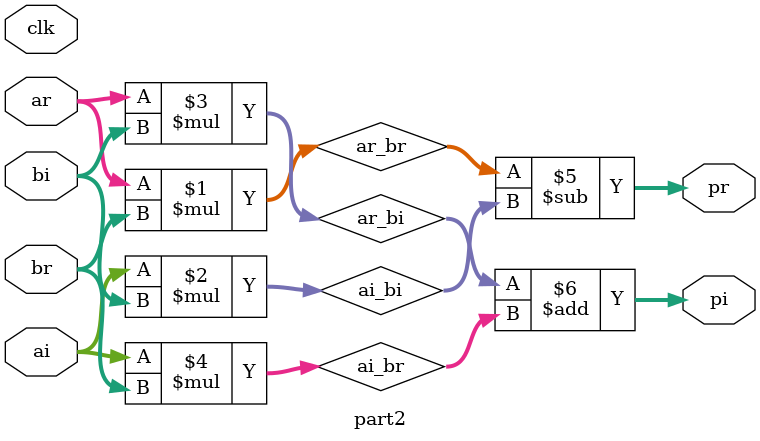
<source format=v>
`timescale 1ns / 1ps

module part2 # (parameter AWIDTH = 18, BWIDTH = 18)
    (
    input clk,
    input signed [AWIDTH-1:0] ar, ai,
    input signed [BWIDTH-1:0] br, bi,
    output signed [AWIDTH+BWIDTH:0] pr, pi
    );

    wire signed [AWIDTH+BWIDTH-1:0] ar_br, ai_bi, ar_bi, ai_br;
    
    // DSP slices for multiplication
    assign ar_br = ar * br;
    assign ai_bi = ai * bi;
    assign ar_bi = ar * bi;
    assign ai_br = ai * br;
    
    assign pr = ar_br - ai_bi; // Real part of product
    assign pi = ar_bi + ai_br; // Imaginary part of product

endmodule

</source>
